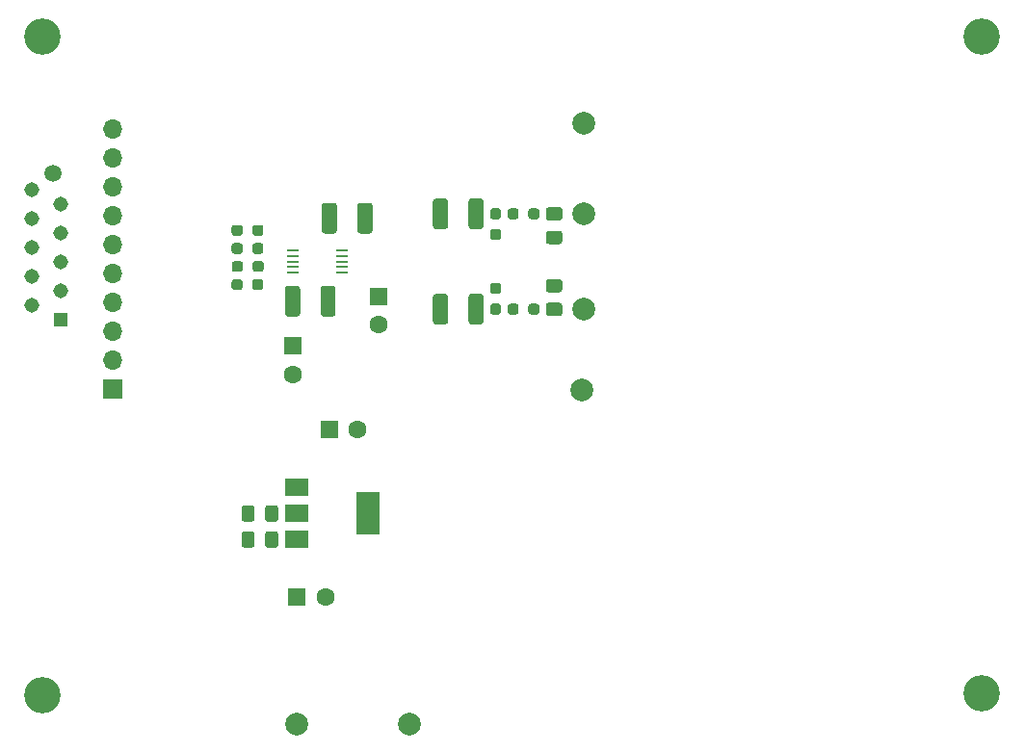
<source format=gbr>
G04 #@! TF.GenerationSoftware,KiCad,Pcbnew,(5.1.10-0-10_14)*
G04 #@! TF.CreationDate,2021-10-25T19:37:06+02:00*
G04 #@! TF.ProjectId,dac-cs4344,6461632d-6373-4343-9334-342e6b696361,rev?*
G04 #@! TF.SameCoordinates,Original*
G04 #@! TF.FileFunction,Soldermask,Top*
G04 #@! TF.FilePolarity,Negative*
%FSLAX46Y46*%
G04 Gerber Fmt 4.6, Leading zero omitted, Abs format (unit mm)*
G04 Created by KiCad (PCBNEW (5.1.10-0-10_14)) date 2021-10-25 19:37:06*
%MOMM*%
%LPD*%
G01*
G04 APERTURE LIST*
%ADD10C,1.600000*%
%ADD11R,1.600000X1.600000*%
%ADD12O,1.700000X1.700000*%
%ADD13R,1.700000X1.700000*%
%ADD14R,1.308000X1.308000*%
%ADD15C,1.308000*%
%ADD16C,1.500000*%
%ADD17C,2.000000*%
%ADD18R,1.100000X0.250000*%
%ADD19R,2.000000X1.500000*%
%ADD20R,2.000000X3.800000*%
%ADD21C,3.200000*%
G04 APERTURE END LIST*
D10*
X143192500Y-86955000D03*
D11*
X143192500Y-84455000D03*
D12*
X119824500Y-69723000D03*
X119824500Y-72263000D03*
X119824500Y-74803000D03*
X119824500Y-77343000D03*
X119824500Y-79883000D03*
X119824500Y-82423000D03*
X119824500Y-84963000D03*
X119824500Y-87503000D03*
X119824500Y-90043000D03*
D13*
X119824500Y-92583000D03*
D10*
X141351000Y-96139000D03*
D11*
X138851000Y-96139000D03*
D10*
X138517000Y-110934500D03*
D11*
X136017000Y-110934500D03*
G36*
G01*
X149302500Y-76115999D02*
X149302500Y-78316001D01*
G75*
G02*
X149052501Y-78566000I-249999J0D01*
G01*
X148227499Y-78566000D01*
G75*
G02*
X147977500Y-78316001I0J249999D01*
G01*
X147977500Y-76115999D01*
G75*
G02*
X148227499Y-75866000I249999J0D01*
G01*
X149052501Y-75866000D01*
G75*
G02*
X149302500Y-76115999I0J-249999D01*
G01*
G37*
G36*
G01*
X152427500Y-76115999D02*
X152427500Y-78316001D01*
G75*
G02*
X152177501Y-78566000I-249999J0D01*
G01*
X151352499Y-78566000D01*
G75*
G02*
X151102500Y-78316001I0J249999D01*
G01*
X151102500Y-76115999D01*
G75*
G02*
X151352499Y-75866000I249999J0D01*
G01*
X152177501Y-75866000D01*
G75*
G02*
X152427500Y-76115999I0J-249999D01*
G01*
G37*
G36*
G01*
X139523500Y-76496999D02*
X139523500Y-78697001D01*
G75*
G02*
X139273501Y-78947000I-249999J0D01*
G01*
X138448499Y-78947000D01*
G75*
G02*
X138198500Y-78697001I0J249999D01*
G01*
X138198500Y-76496999D01*
G75*
G02*
X138448499Y-76247000I249999J0D01*
G01*
X139273501Y-76247000D01*
G75*
G02*
X139523500Y-76496999I0J-249999D01*
G01*
G37*
G36*
G01*
X142648500Y-76496999D02*
X142648500Y-78697001D01*
G75*
G02*
X142398501Y-78947000I-249999J0D01*
G01*
X141573499Y-78947000D01*
G75*
G02*
X141323500Y-78697001I0J249999D01*
G01*
X141323500Y-76496999D01*
G75*
G02*
X141573499Y-76247000I249999J0D01*
G01*
X142398501Y-76247000D01*
G75*
G02*
X142648500Y-76496999I0J-249999D01*
G01*
G37*
G36*
G01*
X149302500Y-84497999D02*
X149302500Y-86698001D01*
G75*
G02*
X149052501Y-86948000I-249999J0D01*
G01*
X148227499Y-86948000D01*
G75*
G02*
X147977500Y-86698001I0J249999D01*
G01*
X147977500Y-84497999D01*
G75*
G02*
X148227499Y-84248000I249999J0D01*
G01*
X149052501Y-84248000D01*
G75*
G02*
X149302500Y-84497999I0J-249999D01*
G01*
G37*
G36*
G01*
X152427500Y-84497999D02*
X152427500Y-86698001D01*
G75*
G02*
X152177501Y-86948000I-249999J0D01*
G01*
X151352499Y-86948000D01*
G75*
G02*
X151102500Y-86698001I0J249999D01*
G01*
X151102500Y-84497999D01*
G75*
G02*
X151352499Y-84248000I249999J0D01*
G01*
X152177501Y-84248000D01*
G75*
G02*
X152427500Y-84497999I0J-249999D01*
G01*
G37*
D10*
X135636000Y-91336500D03*
D11*
X135636000Y-88836500D03*
G36*
G01*
X136298500Y-83799499D02*
X136298500Y-85999501D01*
G75*
G02*
X136048501Y-86249500I-249999J0D01*
G01*
X135223499Y-86249500D01*
G75*
G02*
X134973500Y-85999501I0J249999D01*
G01*
X134973500Y-83799499D01*
G75*
G02*
X135223499Y-83549500I249999J0D01*
G01*
X136048501Y-83549500D01*
G75*
G02*
X136298500Y-83799499I0J-249999D01*
G01*
G37*
G36*
G01*
X139423500Y-83799499D02*
X139423500Y-85999501D01*
G75*
G02*
X139173501Y-86249500I-249999J0D01*
G01*
X138348499Y-86249500D01*
G75*
G02*
X138098500Y-85999501I0J249999D01*
G01*
X138098500Y-83799499D01*
G75*
G02*
X138348499Y-83549500I249999J0D01*
G01*
X139173501Y-83549500D01*
G75*
G02*
X139423500Y-83799499I0J-249999D01*
G01*
G37*
G36*
G01*
X132100500Y-78914000D02*
X132100500Y-78439000D01*
G75*
G02*
X132338000Y-78201500I237500J0D01*
G01*
X132838000Y-78201500D01*
G75*
G02*
X133075500Y-78439000I0J-237500D01*
G01*
X133075500Y-78914000D01*
G75*
G02*
X132838000Y-79151500I-237500J0D01*
G01*
X132338000Y-79151500D01*
G75*
G02*
X132100500Y-78914000I0J237500D01*
G01*
G37*
G36*
G01*
X130275500Y-78914000D02*
X130275500Y-78439000D01*
G75*
G02*
X130513000Y-78201500I237500J0D01*
G01*
X131013000Y-78201500D01*
G75*
G02*
X131250500Y-78439000I0J-237500D01*
G01*
X131250500Y-78914000D01*
G75*
G02*
X131013000Y-79151500I-237500J0D01*
G01*
X130513000Y-79151500D01*
G75*
G02*
X130275500Y-78914000I0J237500D01*
G01*
G37*
G36*
G01*
X132124000Y-82089000D02*
X132124000Y-81614000D01*
G75*
G02*
X132361500Y-81376500I237500J0D01*
G01*
X132861500Y-81376500D01*
G75*
G02*
X133099000Y-81614000I0J-237500D01*
G01*
X133099000Y-82089000D01*
G75*
G02*
X132861500Y-82326500I-237500J0D01*
G01*
X132361500Y-82326500D01*
G75*
G02*
X132124000Y-82089000I0J237500D01*
G01*
G37*
G36*
G01*
X130299000Y-82089000D02*
X130299000Y-81614000D01*
G75*
G02*
X130536500Y-81376500I237500J0D01*
G01*
X131036500Y-81376500D01*
G75*
G02*
X131274000Y-81614000I0J-237500D01*
G01*
X131274000Y-82089000D01*
G75*
G02*
X131036500Y-82326500I-237500J0D01*
G01*
X130536500Y-82326500D01*
G75*
G02*
X130299000Y-82089000I0J237500D01*
G01*
G37*
G36*
G01*
X132100500Y-80501500D02*
X132100500Y-80026500D01*
G75*
G02*
X132338000Y-79789000I237500J0D01*
G01*
X132838000Y-79789000D01*
G75*
G02*
X133075500Y-80026500I0J-237500D01*
G01*
X133075500Y-80501500D01*
G75*
G02*
X132838000Y-80739000I-237500J0D01*
G01*
X132338000Y-80739000D01*
G75*
G02*
X132100500Y-80501500I0J237500D01*
G01*
G37*
G36*
G01*
X130275500Y-80501500D02*
X130275500Y-80026500D01*
G75*
G02*
X130513000Y-79789000I237500J0D01*
G01*
X131013000Y-79789000D01*
G75*
G02*
X131250500Y-80026500I0J-237500D01*
G01*
X131250500Y-80501500D01*
G75*
G02*
X131013000Y-80739000I-237500J0D01*
G01*
X130513000Y-80739000D01*
G75*
G02*
X130275500Y-80501500I0J237500D01*
G01*
G37*
G36*
G01*
X132100500Y-83676500D02*
X132100500Y-83201500D01*
G75*
G02*
X132338000Y-82964000I237500J0D01*
G01*
X132838000Y-82964000D01*
G75*
G02*
X133075500Y-83201500I0J-237500D01*
G01*
X133075500Y-83676500D01*
G75*
G02*
X132838000Y-83914000I-237500J0D01*
G01*
X132338000Y-83914000D01*
G75*
G02*
X132100500Y-83676500I0J237500D01*
G01*
G37*
G36*
G01*
X130275500Y-83676500D02*
X130275500Y-83201500D01*
G75*
G02*
X130513000Y-82964000I237500J0D01*
G01*
X131013000Y-82964000D01*
G75*
G02*
X131250500Y-83201500I0J-237500D01*
G01*
X131250500Y-83676500D01*
G75*
G02*
X131013000Y-83914000I-237500J0D01*
G01*
X130513000Y-83914000D01*
G75*
G02*
X130275500Y-83676500I0J237500D01*
G01*
G37*
G36*
G01*
X156357500Y-77453500D02*
X156357500Y-76978500D01*
G75*
G02*
X156595000Y-76741000I237500J0D01*
G01*
X157095000Y-76741000D01*
G75*
G02*
X157332500Y-76978500I0J-237500D01*
G01*
X157332500Y-77453500D01*
G75*
G02*
X157095000Y-77691000I-237500J0D01*
G01*
X156595000Y-77691000D01*
G75*
G02*
X156357500Y-77453500I0J237500D01*
G01*
G37*
G36*
G01*
X154532500Y-77453500D02*
X154532500Y-76978500D01*
G75*
G02*
X154770000Y-76741000I237500J0D01*
G01*
X155270000Y-76741000D01*
G75*
G02*
X155507500Y-76978500I0J-237500D01*
G01*
X155507500Y-77453500D01*
G75*
G02*
X155270000Y-77691000I-237500J0D01*
G01*
X154770000Y-77691000D01*
G75*
G02*
X154532500Y-77453500I0J237500D01*
G01*
G37*
G36*
G01*
X153717000Y-77703500D02*
X153242000Y-77703500D01*
G75*
G02*
X153004500Y-77466000I0J237500D01*
G01*
X153004500Y-76966000D01*
G75*
G02*
X153242000Y-76728500I237500J0D01*
G01*
X153717000Y-76728500D01*
G75*
G02*
X153954500Y-76966000I0J-237500D01*
G01*
X153954500Y-77466000D01*
G75*
G02*
X153717000Y-77703500I-237500J0D01*
G01*
G37*
G36*
G01*
X153717000Y-79528500D02*
X153242000Y-79528500D01*
G75*
G02*
X153004500Y-79291000I0J237500D01*
G01*
X153004500Y-78791000D01*
G75*
G02*
X153242000Y-78553500I237500J0D01*
G01*
X153717000Y-78553500D01*
G75*
G02*
X153954500Y-78791000I0J-237500D01*
G01*
X153954500Y-79291000D01*
G75*
G02*
X153717000Y-79528500I-237500J0D01*
G01*
G37*
G36*
G01*
X153242000Y-85110500D02*
X153717000Y-85110500D01*
G75*
G02*
X153954500Y-85348000I0J-237500D01*
G01*
X153954500Y-85848000D01*
G75*
G02*
X153717000Y-86085500I-237500J0D01*
G01*
X153242000Y-86085500D01*
G75*
G02*
X153004500Y-85848000I0J237500D01*
G01*
X153004500Y-85348000D01*
G75*
G02*
X153242000Y-85110500I237500J0D01*
G01*
G37*
G36*
G01*
X153242000Y-83285500D02*
X153717000Y-83285500D01*
G75*
G02*
X153954500Y-83523000I0J-237500D01*
G01*
X153954500Y-84023000D01*
G75*
G02*
X153717000Y-84260500I-237500J0D01*
G01*
X153242000Y-84260500D01*
G75*
G02*
X153004500Y-84023000I0J237500D01*
G01*
X153004500Y-83523000D01*
G75*
G02*
X153242000Y-83285500I237500J0D01*
G01*
G37*
D14*
X115294000Y-86490000D03*
D15*
X112754000Y-85220000D03*
X115294000Y-83950000D03*
X112754000Y-82680000D03*
X115294000Y-81410000D03*
X112754000Y-80140000D03*
X115294000Y-78870000D03*
X112754000Y-77600000D03*
X115294000Y-76330000D03*
X112754000Y-75060000D03*
D16*
X114554000Y-73660000D03*
D17*
X161226500Y-77216000D03*
X161099500Y-92710000D03*
X161226500Y-85598000D03*
D18*
X139945000Y-80407000D03*
X139945000Y-80907000D03*
X139945000Y-81407000D03*
X139945000Y-81907000D03*
X139945000Y-82407000D03*
X135645000Y-82407000D03*
X135645000Y-81907000D03*
X135645000Y-81407000D03*
X135645000Y-80907000D03*
X135645000Y-80407000D03*
G36*
G01*
X159098000Y-77803500D02*
X158148000Y-77803500D01*
G75*
G02*
X157898000Y-77553500I0J250000D01*
G01*
X157898000Y-76878500D01*
G75*
G02*
X158148000Y-76628500I250000J0D01*
G01*
X159098000Y-76628500D01*
G75*
G02*
X159348000Y-76878500I0J-250000D01*
G01*
X159348000Y-77553500D01*
G75*
G02*
X159098000Y-77803500I-250000J0D01*
G01*
G37*
G36*
G01*
X159098000Y-79878500D02*
X158148000Y-79878500D01*
G75*
G02*
X157898000Y-79628500I0J250000D01*
G01*
X157898000Y-78953500D01*
G75*
G02*
X158148000Y-78703500I250000J0D01*
G01*
X159098000Y-78703500D01*
G75*
G02*
X159348000Y-78953500I0J-250000D01*
G01*
X159348000Y-79628500D01*
G75*
G02*
X159098000Y-79878500I-250000J0D01*
G01*
G37*
G36*
G01*
X156357500Y-85835500D02*
X156357500Y-85360500D01*
G75*
G02*
X156595000Y-85123000I237500J0D01*
G01*
X157095000Y-85123000D01*
G75*
G02*
X157332500Y-85360500I0J-237500D01*
G01*
X157332500Y-85835500D01*
G75*
G02*
X157095000Y-86073000I-237500J0D01*
G01*
X156595000Y-86073000D01*
G75*
G02*
X156357500Y-85835500I0J237500D01*
G01*
G37*
G36*
G01*
X154532500Y-85835500D02*
X154532500Y-85360500D01*
G75*
G02*
X154770000Y-85123000I237500J0D01*
G01*
X155270000Y-85123000D01*
G75*
G02*
X155507500Y-85360500I0J-237500D01*
G01*
X155507500Y-85835500D01*
G75*
G02*
X155270000Y-86073000I-237500J0D01*
G01*
X154770000Y-86073000D01*
G75*
G02*
X154532500Y-85835500I0J237500D01*
G01*
G37*
D17*
X161226500Y-69215000D03*
G36*
G01*
X158148000Y-85032000D02*
X159098000Y-85032000D01*
G75*
G02*
X159348000Y-85282000I0J-250000D01*
G01*
X159348000Y-85957000D01*
G75*
G02*
X159098000Y-86207000I-250000J0D01*
G01*
X158148000Y-86207000D01*
G75*
G02*
X157898000Y-85957000I0J250000D01*
G01*
X157898000Y-85282000D01*
G75*
G02*
X158148000Y-85032000I250000J0D01*
G01*
G37*
G36*
G01*
X158148000Y-82957000D02*
X159098000Y-82957000D01*
G75*
G02*
X159348000Y-83207000I0J-250000D01*
G01*
X159348000Y-83882000D01*
G75*
G02*
X159098000Y-84132000I-250000J0D01*
G01*
X158148000Y-84132000D01*
G75*
G02*
X157898000Y-83882000I0J250000D01*
G01*
X157898000Y-83207000D01*
G75*
G02*
X158148000Y-82957000I250000J0D01*
G01*
G37*
X136017000Y-122047000D03*
D19*
X136003500Y-101268500D03*
X136003500Y-105868500D03*
X136003500Y-103568500D03*
D20*
X142303500Y-103568500D03*
G36*
G01*
X132307000Y-103093500D02*
X132307000Y-104043500D01*
G75*
G02*
X132057000Y-104293500I-250000J0D01*
G01*
X131382000Y-104293500D01*
G75*
G02*
X131132000Y-104043500I0J250000D01*
G01*
X131132000Y-103093500D01*
G75*
G02*
X131382000Y-102843500I250000J0D01*
G01*
X132057000Y-102843500D01*
G75*
G02*
X132307000Y-103093500I0J-250000D01*
G01*
G37*
G36*
G01*
X134382000Y-103093500D02*
X134382000Y-104043500D01*
G75*
G02*
X134132000Y-104293500I-250000J0D01*
G01*
X133457000Y-104293500D01*
G75*
G02*
X133207000Y-104043500I0J250000D01*
G01*
X133207000Y-103093500D01*
G75*
G02*
X133457000Y-102843500I250000J0D01*
G01*
X134132000Y-102843500D01*
G75*
G02*
X134382000Y-103093500I0J-250000D01*
G01*
G37*
G36*
G01*
X132307000Y-105379500D02*
X132307000Y-106329500D01*
G75*
G02*
X132057000Y-106579500I-250000J0D01*
G01*
X131382000Y-106579500D01*
G75*
G02*
X131132000Y-106329500I0J250000D01*
G01*
X131132000Y-105379500D01*
G75*
G02*
X131382000Y-105129500I250000J0D01*
G01*
X132057000Y-105129500D01*
G75*
G02*
X132307000Y-105379500I0J-250000D01*
G01*
G37*
G36*
G01*
X134382000Y-105379500D02*
X134382000Y-106329500D01*
G75*
G02*
X134132000Y-106579500I-250000J0D01*
G01*
X133457000Y-106579500D01*
G75*
G02*
X133207000Y-106329500I0J250000D01*
G01*
X133207000Y-105379500D01*
G75*
G02*
X133457000Y-105129500I250000J0D01*
G01*
X134132000Y-105129500D01*
G75*
G02*
X134382000Y-105379500I0J-250000D01*
G01*
G37*
D17*
X145923000Y-122047000D03*
D21*
X113665000Y-119507000D03*
X196215000Y-119380000D03*
X196215000Y-61595000D03*
X113665000Y-61595000D03*
M02*

</source>
